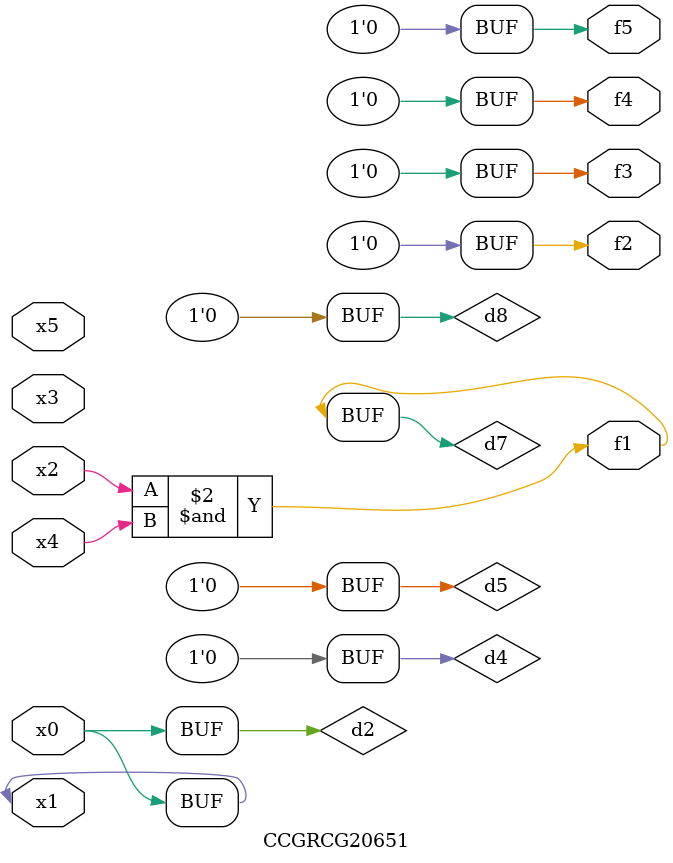
<source format=v>
module CCGRCG20651(
	input x0, x1, x2, x3, x4, x5,
	output f1, f2, f3, f4, f5
);

	wire d1, d2, d3, d4, d5, d6, d7, d8, d9;

	nand (d1, x1);
	buf (d2, x0, x1);
	nand (d3, x2, x4);
	and (d4, d1, d2);
	and (d5, d1, d2);
	nand (d6, d1, d3);
	not (d7, d3);
	xor (d8, d5);
	nor (d9, d5, d6);
	assign f1 = d7;
	assign f2 = d8;
	assign f3 = d8;
	assign f4 = d8;
	assign f5 = d8;
endmodule

</source>
